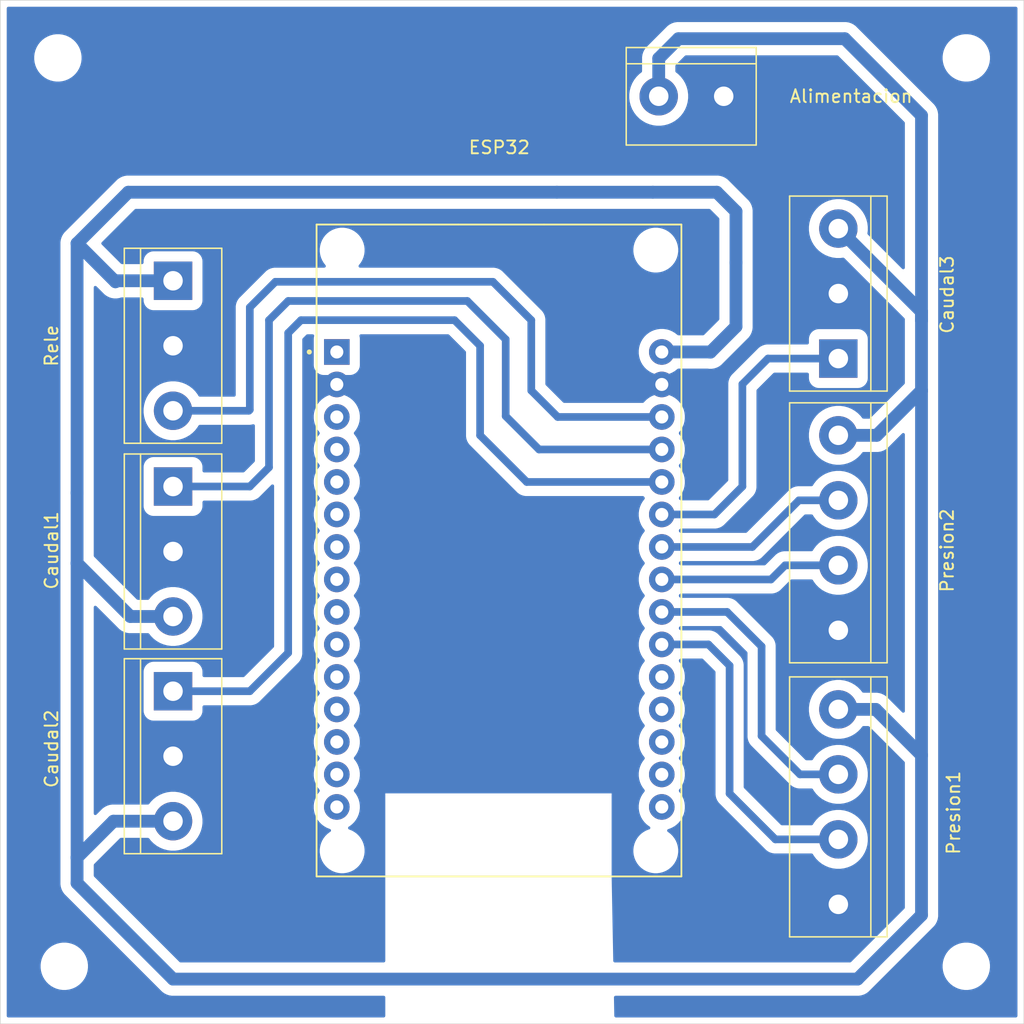
<source format=kicad_pcb>
(kicad_pcb (version 20241229) (generator "pcbnew") (generator_version "9.0")
  (layers (0 "F.Cu" signal) (2 "B.Cu" signal) (13 "F.Paste" user) (15 "B.Paste" user) (5 "F.SilkS" user "F.Silkscreen") (7 "B.SilkS" user "B.Silkscreen") (1 "F.Mask" user) (3 "B.Mask" user) (25 "Edge.Cuts" user))
  (net 0 "")
  (net 1 "+5V")
  (net 2 "GND")
  (net 3 "/Dat33")
  (net 4 "/Clk32")
  (net 5 "/Dat26")
  (net 6 "/Clk25")
  (net 7 "/Ca12")
  (net 8 "/Rele13")
  (net 9 "/Ca14")
  (net 10 "/Ca27")
  (footprint "TerminalBlock:TerminalBlock_bornier-4_P5.08mm" (layer "F.Cu") (at 85 70.24 90)
    (property "Reference" "Presion2" (at 6.24 8.5 90) (layer "F.SilkS"))
    (property "Value" "Presion2")
    (fp_line (start -2.54 -3.81) (end 17.78 -3.81) (stroke (width 0.12)) (layer "F.SilkS"))
    (fp_line (start -2.54 -3.81) (end -2.54 3.81) (stroke (width 0.12)) (layer "F.SilkS"))
    (fp_line (start 17.78 2.54) (end -2.54 2.54) (stroke (width 0.12)) (layer "F.SilkS"))
    (fp_line (start 17.78 3.81) (end 17.78 -3.81) (stroke (width 0.12)) (layer "F.SilkS"))
    (fp_line (start -2.54 3.81) (end 17.78 3.81) (stroke (width 0.12)) (layer "F.SilkS"))
    (pad "1" thru_hole rect (at 0 0 90) (size 3 3) (drill 1.52) (layers "*.Cu" "*.Mask") (net 2 "GND"))
    (pad "2" thru_hole circle (at 5.08 0 90) (size 3 3) (drill 1.52) (layers "*.Cu" "*.Mask") (net 6 "/Clk25"))
    (pad "3" thru_hole circle (at 10.16 0 90) (size 3 3) (drill 1.52) (layers "*.Cu" "*.Mask") (net 5 "/Dat26"))
    (pad "4" thru_hole circle (at 15.24 0 90) (size 3 3) (drill 1.52) (layers "*.Cu" "*.Mask") (net 1 "+5V"))
  )
  (footprint "TerminalBlock:TerminalBlock_bornier-3_P5.08mm" (layer "F.Cu") (at 33 59 -90)
    (property "Reference" "Caudal1" (at 5 9.5 90) (layer "F.SilkS"))
    (property "Value" "Caudal1")
    (fp_line (start -2.54 3.81) (end 12.7 3.81) (stroke (width 0.12)) (layer "F.SilkS"))
    (fp_line (start -2.54 3.81) (end -2.54 -3.81) (stroke (width 0.12)) (layer "F.SilkS"))
    (fp_line (start 12.7 3.81) (end 12.7 -3.81) (stroke (width 0.12)) (layer "F.SilkS"))
    (fp_line (start -2.54 2.54) (end 12.7 2.54) (stroke (width 0.12)) (layer "F.SilkS"))
    (fp_line (start -2.54 -3.81) (end 12.7 -3.81) (stroke (width 0.12)) (layer "F.SilkS"))
    (pad "1" thru_hole rect (at 0 0 270) (size 3 3) (drill 1.52) (layers "*.Cu" "*.Mask") (net 7 "/Ca12"))
    (pad "2" thru_hole circle (at 5.08 0 270) (size 3 3) (drill 1.52) (layers "*.Cu" "*.Mask") (net 2 "GND"))
    (pad "3" thru_hole circle (at 10.16 0 270) (size 3 3) (drill 1.52) (layers "*.Cu" "*.Mask") (net 1 "+5V"))
  )
  (footprint "MountingHole:MountingHole_3.2mm_M3" (layer "F.Cu") (at 95 96.5)
    (property "Reference" "REF**" (hide yes))
    (property "Value" "MountingHole_3.2mm_M3" (hide yes))
    (pad "" np_thru_hole circle (at 0 0) (size 3.2 3.2) (drill 3.2) (layers "*.Cu" "*.Mask"))
  )
  (footprint "TerminalBlock:TerminalBlock_bornier-4_P5.08mm" (layer "F.Cu") (at 85 91.66 90)
    (property "Reference" "Presion1" (at 7.16 9 90) (layer "F.SilkS"))
    (property "Value" "Presion1")
    (fp_line (start -2.54 -3.81) (end 17.78 -3.81) (stroke (width 0.12)) (layer "F.SilkS"))
    (fp_line (start -2.54 -3.81) (end -2.54 3.81) (stroke (width 0.12)) (layer "F.SilkS"))
    (fp_line (start 17.78 2.54) (end -2.54 2.54) (stroke (width 0.12)) (layer "F.SilkS"))
    (fp_line (start 17.78 3.81) (end 17.78 -3.81) (stroke (width 0.12)) (layer "F.SilkS"))
    (fp_line (start -2.54 3.81) (end 17.78 3.81) (stroke (width 0.12)) (layer "F.SilkS"))
    (pad "1" thru_hole rect (at 0 0 90) (size 3 3) (drill 1.52) (layers "*.Cu" "*.Mask") (net 2 "GND"))
    (pad "2" thru_hole circle (at 5.08 0 90) (size 3 3) (drill 1.52) (layers "*.Cu" "*.Mask") (net 4 "/Clk32"))
    (pad "3" thru_hole circle (at 10.16 0 90) (size 3 3) (drill 1.52) (layers "*.Cu" "*.Mask") (net 3 "/Dat33"))
    (pad "4" thru_hole circle (at 15.24 0 90) (size 3 3) (drill 1.52) (layers "*.Cu" "*.Mask") (net 1 "+5V"))
  )
  (footprint "MountingHole:MountingHole_3.2mm_M3" (layer "F.Cu") (at 95 25.5)
    (property "Reference" "REF**" (hide yes))
    (property "Value" "MountingHole_3.2mm_M3" (hide yes))
    (pad "" np_thru_hole circle (at 0 0) (size 3.2 3.2) (drill 3.2) (layers "*.Cu" "*.Mask"))
  )
  (footprint "TerminalBlock:TerminalBlock_bornier-3_P5.08mm" (layer "F.Cu") (at 33 75 -90)
    (property "Reference" "Caudal2" (at 4.5 9.5 90) (layer "F.SilkS"))
    (property "Value" "Caudal2")
    (fp_line (start -2.54 3.81) (end 12.7 3.81) (stroke (width 0.12)) (layer "F.SilkS"))
    (fp_line (start -2.54 3.81) (end -2.54 -3.81) (stroke (width 0.12)) (layer "F.SilkS"))
    (fp_line (start 12.7 3.81) (end 12.7 -3.81) (stroke (width 0.12)) (layer "F.SilkS"))
    (fp_line (start -2.54 2.54) (end 12.7 2.54) (stroke (width 0.12)) (layer "F.SilkS"))
    (fp_line (start -2.54 -3.81) (end 12.7 -3.81) (stroke (width 0.12)) (layer "F.SilkS"))
    (pad "1" thru_hole rect (at 0 0 270) (size 3 3) (drill 1.52) (layers "*.Cu" "*.Mask") (net 9 "/Ca14"))
    (pad "2" thru_hole circle (at 5.08 0 270) (size 3 3) (drill 1.52) (layers "*.Cu" "*.Mask") (net 2 "GND"))
    (pad "3" thru_hole circle (at 10.16 0 270) (size 3 3) (drill 1.52) (layers "*.Cu" "*.Mask") (net 1 "+5V"))
  )
  (footprint "MountingHole:MountingHole_3.2mm_M3" (layer "F.Cu") (at 24 25.5)
    (property "Reference" "REF**" (hide yes))
    (property "Value" "MountingHole_3.2mm_M3" (hide yes))
    (pad "" np_thru_hole circle (at 0 0) (size 3.2 3.2) (drill 3.2) (layers "*.Cu" "*.Mask"))
  )
  (footprint "TerminalBlock:TerminalBlock_bornier-2_P5.08mm" (layer "F.Cu") (at 76.04 28.5 180)
    (property "Reference" "Alimentacion" (at -9.96 0 0) (layer "F.SilkS"))
    (property "Value" "Alimentacion")
    (fp_line (start 7.62 3.81) (end 7.62 -3.81) (stroke (width 0.12)) (layer "F.SilkS"))
    (fp_line (start 7.62 2.54) (end -2.54 2.54) (stroke (width 0.12)) (layer "F.SilkS"))
    (fp_line (start 7.62 -3.81) (end -2.54 -3.81) (stroke (width 0.12)) (layer "F.SilkS"))
    (fp_line (start -2.54 3.81) (end 7.62 3.81) (stroke (width 0.12)) (layer "F.SilkS"))
    (fp_line (start -2.54 -3.81) (end -2.54 3.81) (stroke (width 0.12)) (layer "F.SilkS"))
    (pad "1" thru_hole rect (at 0 0 180) (size 3 3) (drill 1.52) (layers "*.Cu" "*.Mask") (net 2 "GND"))
    (pad "2" thru_hole circle (at 5.08 0 180) (size 3 3) (drill 1.52) (layers "*.Cu" "*.Mask") (net 1 "+5V"))
  )
  (footprint "TerminalBlock:TerminalBlock_bornier-3_P5.08mm" (layer "F.Cu") (at 33 42.92 -90)
    (property "Reference" "Rele" (at 5.08 9.5 90) (layer "F.SilkS"))
    (property "Value" "Rele")
    (fp_line (start -2.54 3.81) (end 12.7 3.81) (stroke (width 0.12)) (layer "F.SilkS"))
    (fp_line (start -2.54 3.81) (end -2.54 -3.81) (stroke (width 0.12)) (layer "F.SilkS"))
    (fp_line (start 12.7 3.81) (end 12.7 -3.81) (stroke (width 0.12)) (layer "F.SilkS"))
    (fp_line (start -2.54 2.54) (end 12.7 2.54) (stroke (width 0.12)) (layer "F.SilkS"))
    (fp_line (start -2.54 -3.81) (end 12.7 -3.81) (stroke (width 0.12)) (layer "F.SilkS"))
    (pad "1" thru_hole rect (at 0 0 270) (size 3 3) (drill 1.52) (layers "*.Cu" "*.Mask") (net 1 "+5V"))
    (pad "2" thru_hole circle (at 5.08 0 270) (size 3 3) (drill 1.52) (layers "*.Cu" "*.Mask") (net 2 "GND"))
    (pad "3" thru_hole circle (at 10.16 0 270) (size 3 3) (drill 1.52) (layers "*.Cu" "*.Mask") (net 8 "/Rele13"))
  )
  (footprint "TerminalBlock:TerminalBlock_bornier-3_P5.08mm" (layer "F.Cu") (at 85 49 90)
    (property "Reference" "Caudal3" (at 5 8.5 90) (layer "F.SilkS"))
    (property "Value" "Caudal3")
    (fp_line (start -2.54 -3.81) (end 12.7 -3.81) (stroke (width 0.12)) (layer "F.SilkS"))
    (fp_line (start -2.54 2.54) (end 12.7 2.54) (stroke (width 0.12)) (layer "F.SilkS"))
    (fp_line (start 12.7 3.81) (end 12.7 -3.81) (stroke (width 0.12)) (layer "F.SilkS"))
    (fp_line (start -2.54 3.81) (end -2.54 -3.81) (stroke (width 0.12)) (layer "F.SilkS"))
    (fp_line (start -2.54 3.81) (end 12.7 3.81) (stroke (width 0.12)) (layer "F.SilkS"))
    (pad "1" thru_hole rect (at 0 0 90) (size 3 3) (drill 1.52) (layers "*.Cu" "*.Mask") (net 10 "/Ca27"))
    (pad "2" thru_hole circle (at 5.08 0 90) (size 3 3) (drill 1.52) (layers "*.Cu" "*.Mask") (net 2 "GND"))
    (pad "3" thru_hole circle (at 10.16 0 90) (size 3 3) (drill 1.52) (layers "*.Cu" "*.Mask") (net 1 "+5V"))
  )
  (footprint "DEVKIT-ESP32:MODULE_ESP32_DEVKIT_V1" (layer "F.Cu") (at 58.5 64)
    (property "Reference" "ESP32" (at 0 -31.5 0) (layer "F.SilkS"))
    (property "Value" "ESP32-DEVKIT-V1")
    (fp_line (start -14.28 -25.475) (end -3.211 -25.475) (stroke (width 0.127)) (layer "F.SilkS"))
    (fp_line (start -14.28 -25.475) (end 14.23 -25.475) (stroke (width 0.127)) (layer "F.SilkS"))
    (fp_line (start -14.28 25.475) (end -14.28 -25.475) (stroke (width 0.127)) (layer "F.SilkS"))
    (fp_line (start -14.28 25.475) (end -14.28 -25.475) (stroke (width 0.127)) (layer "F.SilkS"))
    (fp_line (start -14.28 25.475) (end -8.91 25.475) (stroke (width 0.127)) (layer "F.SilkS"))
    (fp_line (start -8.91 25.475) (end 8.78 25.475) (stroke (width 0.127)) (layer "F.SilkS"))
    (fp_line (start -3.211 -25.475) (end 3.5 -25.475) (stroke (width 0.127)) (layer "F.SilkS"))
    (fp_line (start 3.5 -25.475) (end 14.23 -25.475) (stroke (width 0.127)) (layer "F.SilkS"))
    (fp_line (start 8.78 25.475) (end 14.23 25.475) (stroke (width 0.127)) (layer "F.SilkS"))
    (fp_line (start 14.23 -25.475) (end 14.23 25.475) (stroke (width 0.127)) (layer "F.SilkS"))
    (fp_line (start 14.23 -25.475) (end 14.23 25.475) (stroke (width 0.127)) (layer "F.SilkS"))
    (fp_line (start 14.23 25.475) (end -14.28 25.475) (stroke (width 0.127)) (layer "F.SilkS"))
    (fp_circle (center -14.85 -15.515) (end -14.75 -15.515) (stroke (width 0.2)) (fill no) (layer "F.SilkS"))
    (pad "" np_thru_hole circle (at -12.28 -23.475) (size 3 3) (drill 3) (layers "*.Cu" "*.Mask"))
    (pad "" np_thru_hole circle (at -12.28 23.475) (size 3 3) (drill 3) (layers "*.Cu" "*.Mask"))
    (pad "" np_thru_hole circle (at 12.23 -23.475) (size 3 3) (drill 3) (layers "*.Cu" "*.Mask"))
    (pad "" np_thru_hole circle (at 12.23 23.475) (size 3 3) (drill 3) (layers "*.Cu" "*.Mask"))
    (pad "1" thru_hole rect (at -12.7 -15.515) (size 2 2) (drill 1.02) (layers "*.Cu" "*.Mask"))
    (pad "2" thru_hole circle (at -12.7 -12.975) (size 2 2) (drill 1.02) (layers "*.Cu" "*.Mask") (net 2 "GND"))
    (pad "3" thru_hole circle (at -12.7 -10.435) (size 2 2) (drill 1.02) (layers "*.Cu" "*.Mask"))
    (pad "4" thru_hole circle (at -12.7 -7.895) (size 2 2) (drill 1.02) (layers "*.Cu" "*.Mask"))
    (pad "5" thru_hole circle (at -12.7 -5.355) (size 2 2) (drill 1.02) (layers "*.Cu" "*.Mask"))
    (pad "6" thru_hole circle (at -12.7 -2.815) (size 2 2) (drill 1.02) (layers "*.Cu" "*.Mask"))
    (pad "7" thru_hole circle (at -12.7 -0.275) (size 2 2) (drill 1.02) (layers "*.Cu" "*.Mask"))
    (pad "8" thru_hole circle (at -12.7 2.265) (size 2 2) (drill 1.02) (layers "*.Cu" "*.Mask"))
    (pad "9" thru_hole circle (at -12.7 4.805) (size 2 2) (drill 1.02) (layers "*.Cu" "*.Mask"))
    (pad "10" thru_hole circle (at -12.7 7.345) (size 2 2) (drill 1.02) (layers "*.Cu" "*.Mask"))
    (pad "11" thru_hole circle (at -12.7 9.885) (size 2 2) (drill 1.02) (layers "*.Cu" "*.Mask"))
    (pad "12" thru_hole circle (at -12.7 12.425) (size 2 2) (drill 1.02) (layers "*.Cu" "*.Mask"))
    (pad "13" thru_hole circle (at -12.7 14.965) (size 2 2) (drill 1.02) (layers "*.Cu" "*.Mask"))
    (pad "14" thru_hole circle (at -12.7 17.505) (size 2 2) (drill 1.02) (layers "*.Cu" "*.Mask"))
    (pad "15" thru_hole circle (at -12.7 20.045) (size 2 2) (drill 1.02) (layers "*.Cu" "*.Mask"))
    (pad "16" thru_hole circle (at 12.7 20.045) (size 2 2) (drill 1.02) (layers "*.Cu" "*.Mask"))
    (pad "17" thru_hole circle (at 12.7 17.505) (size 2 2) (drill 1.02) (layers "*.Cu" "*.Mask"))
    (pad "18" thru_hole circle (at 12.7 14.965) (size 2 2) (drill 1.02) (layers "*.Cu" "*.Mask"))
    (pad "19" thru_hole circle (at 12.7 12.425) (size 2 2) (drill 1.02) (layers "*.Cu" "*.Mask"))
    (pad "20" thru_hole circle (at 12.7 9.885) (size 2 2) (drill 1.02) (layers "*.Cu" "*.Mask"))
    (pad "21" thru_hole circle (at 12.7 7.345) (size 2 2) (drill 1.02) (layers "*.Cu" "*.Mask") (net 4 "/Clk32"))
    (pad "22" thru_hole circle (at 12.7 4.805) (size 2 2) (drill 1.02) (layers "*.Cu" "*.Mask") (net 3 "/Dat33"))
    (pad "23" thru_hole circle (at 12.7 2.265) (size 2 2) (drill 1.02) (layers "*.Cu" "*.Mask") (net 6 "/Clk25"))
    (pad "24" thru_hole circle (at 12.7 -0.275) (size 2 2) (drill 1.02) (layers "*.Cu" "*.Mask") (net 5 "/Dat26"))
    (pad "25" thru_hole circle (at 12.7 -2.815) (size 2 2) (drill 1.02) (layers "*.Cu" "*.Mask") (net 10 "/Ca27"))
    (pad "26" thru_hole circle (at 12.7 -5.355) (size 2 2) (drill 1.02) (layers "*.Cu" "*.Mask") (net 9 "/Ca14"))
    (pad "27" thru_hole circle (at 12.7 -7.895) (size 2 2) (drill 1.02) (layers "*.Cu" "*.Mask") (net 7 "/Ca12"))
    (pad "28" thru_hole circle (at 12.7 -10.435) (size 2 2) (drill 1.02) (layers "*.Cu" "*.Mask") (net 8 "/Rele13"))
    (pad "29" thru_hole circle (at 12.7 -12.975) (size 2 2) (drill 1.02) (layers "*.Cu" "*.Mask") (net 2 "GND"))
    (pad "30" thru_hole circle (at 12.7 -15.515) (size 2 2) (drill 1.02) (layers "*.Cu" "*.Mask") (net 1 "+5V"))
    (zone (net 0) (net_name "") (layer "B.Cu") (connect_pads (clearance 0)) (min_thickness 0.01)
      (keepout (tracks not_allowed) (vias not_allowed) (pads not_allowed) (copperpour not_allowed) (footprints allowed))
      (fill (thermal_gap 0.508) (thermal_bridge_width 0.508))
      (polygon (pts (xy 49.59 82.985) (xy 67.28 82.985) (xy 67.28 89.475) (xy 49.59 89.475)))
    )
  )
  (footprint "MountingHole:MountingHole_3.2mm_M3" (layer "F.Cu") (at 24.5 96.5)
    (property "Reference" "REF**" (hide yes))
    (property "Value" "MountingHole_3.2mm_M3" (hide yes))
    (pad "" np_thru_hole circle (at 0 0) (size 3.2 3.2) (drill 3.2) (layers "*.Cu" "*.Mask"))
  )
  (gr_rect (start 19.5 21) (end 99.5 101) (stroke (width 0.05)) (fill no) (layer "Edge.Cuts"))
  (segment (start 91.5 45.34) (end 91.5 46) (width 1) (layer "B.Cu") (net 1))
  (segment (start 25.5 88) (end 28.34 85.16) (width 1) (layer "B.Cu") (net 1))
  (segment (start 63 36) (end 29.5 36) (width 1) (layer "B.Cu") (net 1))
  (segment (start 91.5 80) (end 91.5 92.5) (width 1) (layer "B.Cu") (net 1))
  (segment (start 86.5 97.5) (end 33 97.5) (width 1) (layer "B.Cu") (net 1))
  (segment (start 91.5 92.5) (end 86.5 97.5) (width 1) (layer "B.Cu") (net 1))
  (segment (start 33 97.5) (end 25.5 90) (width 1) (layer "B.Cu") (net 1))
  (segment (start 29.66 69.16) (end 25.5 65) (width 1) (layer "B.Cu") (net 1))
  (segment (start 85.5 24) (end 91.5 30) (width 1) (layer "B.Cu") (net 1))
  (segment (start 28.58 42.92) (end 33 42.92) (width 1) (layer "B.Cu") (net 1))
  (segment (start 28.5 43) (end 28.58 42.92) (width 1) (layer "B.Cu") (net 1))
  (segment (start 25.5 65) (end 25.5 59.5) (width 1) (layer "B.Cu") (net 1))
  (segment (start 70.96 25.54) (end 72.5 24) (width 1) (layer "B.Cu") (net 1))
  (segment (start 77 46.5) (end 75 48.5) (width 1) (layer "B.Cu") (net 1))
  (segment (start 25.5 40) (end 25.5 59.5) (width 1) (layer "B.Cu") (net 1))
  (segment (start 25.5 40) (end 28.5 43) (width 1) (layer "B.Cu") (net 1))
  (segment (start 33 69.16) (end 29.66 69.16) (width 1) (layer "B.Cu") (net 1))
  (segment (start 70.96 28.5) (end 70.96 25.54) (width 1) (layer "B.Cu") (net 1))
  (segment (start 87.92 76.42) (end 91.5 80) (width 1) (layer "B.Cu") (net 1))
  (segment (start 28.34 85.16) (end 33 85.16) (width 1) (layer "B.Cu") (net 1))
  (segment (start 29.5 36) (end 25.5 40) (width 1) (layer "B.Cu") (net 1))
  (segment (start 25.5 90) (end 25.5 88) (width 1) (layer "B.Cu") (net 1))
  (segment (start 77 41.5) (end 77 46.5) (width 1) (layer "B.Cu") (net 1))
  (segment (start 91.5 46) (end 91.5 51.5) (width 1) (layer "B.Cu") (net 1))
  (segment (start 75 48.5) (end 74.985 48.485) (width 1) (layer "B.Cu") (net 1))
  (segment (start 85 76.42) (end 87.92 76.42) (width 1) (layer "B.Cu") (net 1))
  (segment (start 75.5 36) (end 77 37.5) (width 1) (layer "B.Cu") (net 1))
  (segment (start 88 55) (end 85 55) (width 1) (layer "B.Cu") (net 1))
  (segment (start 70.5 36) (end 75.5 36) (width 1) (layer "B.Cu") (net 1))
  (segment (start 74.985 48.485) (end 71.2 48.485) (width 1) (layer "B.Cu") (net 1))
  (segment (start 91.5 51.5) (end 88 55) (width 1) (layer "B.Cu") (net 1))
  (segment (start 25.5 88) (end 25.5 65) (width 1) (layer "B.Cu") (net 1))
  (segment (start 91.5 51.5) (end 91.5 80) (width 1) (layer "B.Cu") (net 1))
  (segment (start 91.5 30) (end 91.5 46) (width 1) (layer "B.Cu") (net 1))
  (segment (start 77 37.5) (end 77 41.5) (width 1) (layer "B.Cu") (net 1))
  (segment (start 63 36) (end 70.5 36) (width 1) (layer "B.Cu") (net 1))
  (segment (start 85 38.84) (end 91.5 45.34) (width 1) (layer "B.Cu") (net 1))
  (segment (start 72.5 24) (end 85.5 24) (width 1) (layer "B.Cu") (net 1))
  (segment (start 85 91.66) (end 84.84 91.5) (width 1) (layer "B.Cu") (net 2))
  (segment (start 79 78.5) (end 79 71.5) (width 0.6) (layer "B.Cu") (net 3))
  (segment (start 79 71.5) (end 76.305 68.805) (width 0.6) (layer "B.Cu") (net 3))
  (segment (start 82 81.5) (end 79 78.5) (width 0.6) (layer "B.Cu") (net 3))
  (segment (start 76.305 68.805) (end 71.2 68.805) (width 0.6) (layer "B.Cu") (net 3))
  (segment (start 85 81.5) (end 82 81.5) (width 0.6) (layer "B.Cu") (net 3))
  (segment (start 80.08 86.58) (end 85 86.58) (width 0.6) (layer "B.Cu") (net 4))
  (segment (start 74.845 71.345) (end 76.5 73) (width 0.6) (layer "B.Cu") (net 4))
  (segment (start 76.5 83) (end 80.08 86.58) (width 0.6) (layer "B.Cu") (net 4))
  (segment (start 76.5 73) (end 76.5 83) (width 0.6) (layer "B.Cu") (net 4))
  (segment (start 71.2 71.345) (end 74.845 71.345) (width 0.6) (layer "B.Cu") (net 4))
  (segment (start 78.275 63.725) (end 71.2 63.725) (width 0.6) (layer "B.Cu") (net 5))
  (segment (start 81.92 60.08) (end 78.275 63.725) (width 0.6) (layer "B.Cu") (net 5))
  (segment (start 85 60.08) (end 81.92 60.08) (width 0.6) (layer "B.Cu") (net 5))
  (segment (start 79.735 66.265) (end 71.2 66.265) (width 0.6) (layer "B.Cu") (net 6))
  (segment (start 85 65.16) (end 80.84 65.16) (width 0.6) (layer "B.Cu") (net 6))
  (segment (start 80.84 65.16) (end 79.735 66.265) (width 0.6) (layer "B.Cu") (net 6))
  (segment (start 39 59) (end 40.5 57.5) (width 0.6) (layer "B.Cu") (net 7))
  (segment (start 33 59) (end 39 59) (width 0.6) (layer "B.Cu") (net 7))
  (segment (start 56 44.5) (end 59 47.5) (width 0.6) (layer "B.Cu") (net 7))
  (segment (start 61.605 56.105) (end 71.2 56.105) (width 0.6) (layer "B.Cu") (net 7))
  (segment (start 40.5 46) (end 42 44.5) (width 0.6) (layer "B.Cu") (net 7))
  (segment (start 40.5 57.5) (end 40.5 46) (width 0.6) (layer "B.Cu") (net 7))
  (segment (start 59 47.5) (end 59 53.5) (width 0.6) (layer "B.Cu") (net 7))
  (segment (start 59 53.5) (end 61.605 56.105) (width 0.6) (layer "B.Cu") (net 7))
  (segment (start 42 44.5) (end 56 44.5) (width 0.6) (layer "B.Cu") (net 7))
  (segment (start 39 45) (end 41 43) (width 0.6) (layer "B.Cu") (net 8))
  (segment (start 61 46) (end 61 51.5) (width 0.6) (layer "B.Cu") (net 8))
  (segment (start 63.065 53.565) (end 71.2 53.565) (width 0.6) (layer "B.Cu") (net 8))
  (segment (start 58 43) (end 61 46) (width 0.6) (layer "B.Cu") (net 8))
  (segment (start 41 43) (end 58 43) (width 0.6) (layer "B.Cu") (net 8))
  (segment (start 61 51.5) (end 63.065 53.565) (width 0.6) (layer "B.Cu") (net 8))
  (segment (start 38.92 53.08) (end 39 53) (width 0.6) (layer "B.Cu") (net 8))
  (segment (start 39 53) (end 39 45) (width 0.6) (layer "B.Cu") (net 8))
  (segment (start 33 53.08) (end 38.92 53.08) (width 0.6) (layer "B.Cu") (net 8))
  (segment (start 55 46) (end 57 48) (width 0.6) (layer "B.Cu") (net 9))
  (segment (start 42 72) (end 42 47) (width 0.6) (layer "B.Cu") (net 9))
  (segment (start 57 55) (end 60.645 58.645) (width 0.6) (layer "B.Cu") (net 9))
  (segment (start 57 48) (end 57 55) (width 0.6) (layer "B.Cu") (net 9))
  (segment (start 43 46) (end 55 46) (width 0.6) (layer "B.Cu") (net 9))
  (segment (start 39 75) (end 42 72) (width 0.6) (layer "B.Cu") (net 9))
  (segment (start 33 75) (end 39 75) (width 0.6) (layer "B.Cu") (net 9))
  (segment (start 60.645 58.645) (end 71.2 58.645) (width 0.6) (layer "B.Cu") (net 9))
  (segment (start 42 47) (end 43 46) (width 0.6) (layer "B.Cu") (net 9))
  (segment (start 85 49) (end 79.5 49) (width 0.6) (layer "B.Cu") (net 10))
  (segment (start 77.5 51) (end 77.5 59) (width 0.6) (layer "B.Cu") (net 10))
  (segment (start 79.5 49) (end 77.5 51) (width 0.6) (layer "B.Cu") (net 10))
  (segment (start 77.5 59) (end 75.315 61.185) (width 0.6) (layer "B.Cu") (net 10))
  (segment (start 75.315 61.185) (end 71.2 61.185) (width 0.6) (layer "B.Cu") (net 10))
  (zone (net 2) (net_name "GND") (layer "B.Cu") (connect_pads yes (clearance 0.8)) (min_thickness 0.25) (fill yes (thermal_gap 0.5) (thermal_bridge_width 0.5))
    (polygon (pts (xy 19.5 21) (xy 19.5 101) (xy 49.59 101) (xy 49.59 82.985) (xy 67.28 82.985) (xy 67.28 89.475) (xy 67.5 101) (xy 99.5 101) (xy 99.5 21)))
  )
)
</source>
